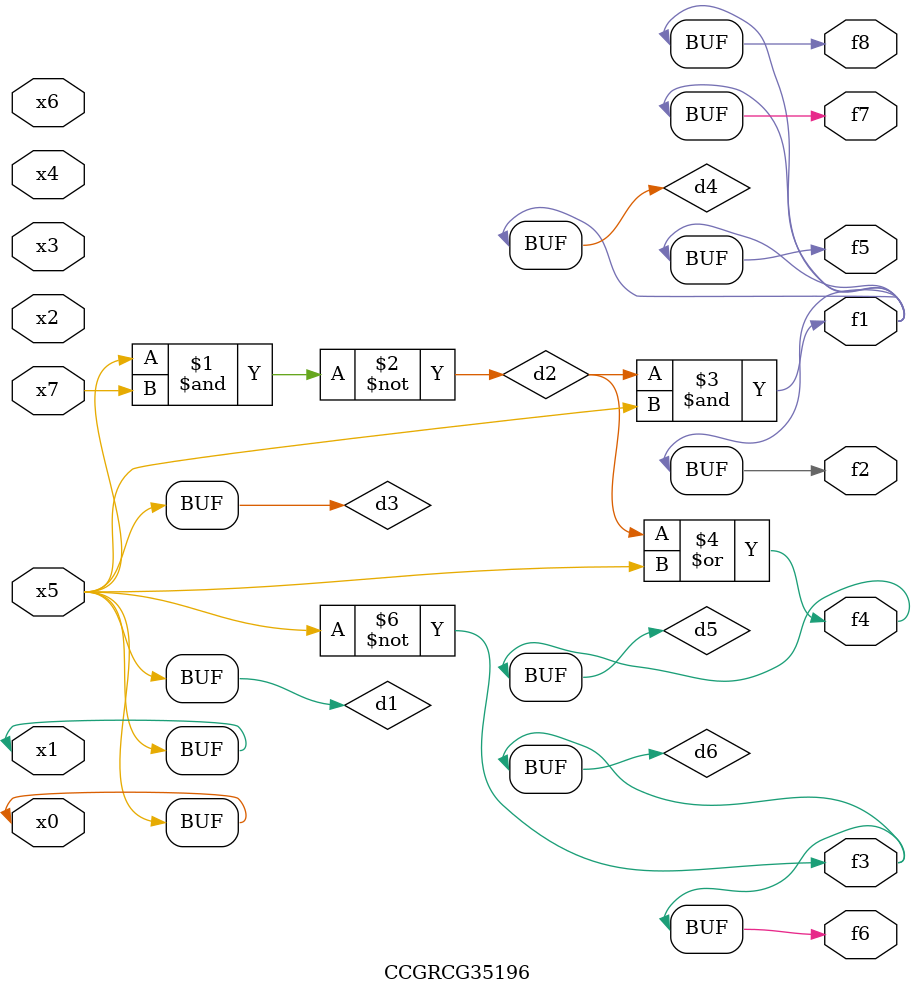
<source format=v>
module CCGRCG35196(
	input x0, x1, x2, x3, x4, x5, x6, x7,
	output f1, f2, f3, f4, f5, f6, f7, f8
);

	wire d1, d2, d3, d4, d5, d6;

	buf (d1, x0, x5);
	nand (d2, x5, x7);
	buf (d3, x0, x1);
	and (d4, d2, d3);
	or (d5, d2, d3);
	nor (d6, d1, d3);
	assign f1 = d4;
	assign f2 = d4;
	assign f3 = d6;
	assign f4 = d5;
	assign f5 = d4;
	assign f6 = d6;
	assign f7 = d4;
	assign f8 = d4;
endmodule

</source>
